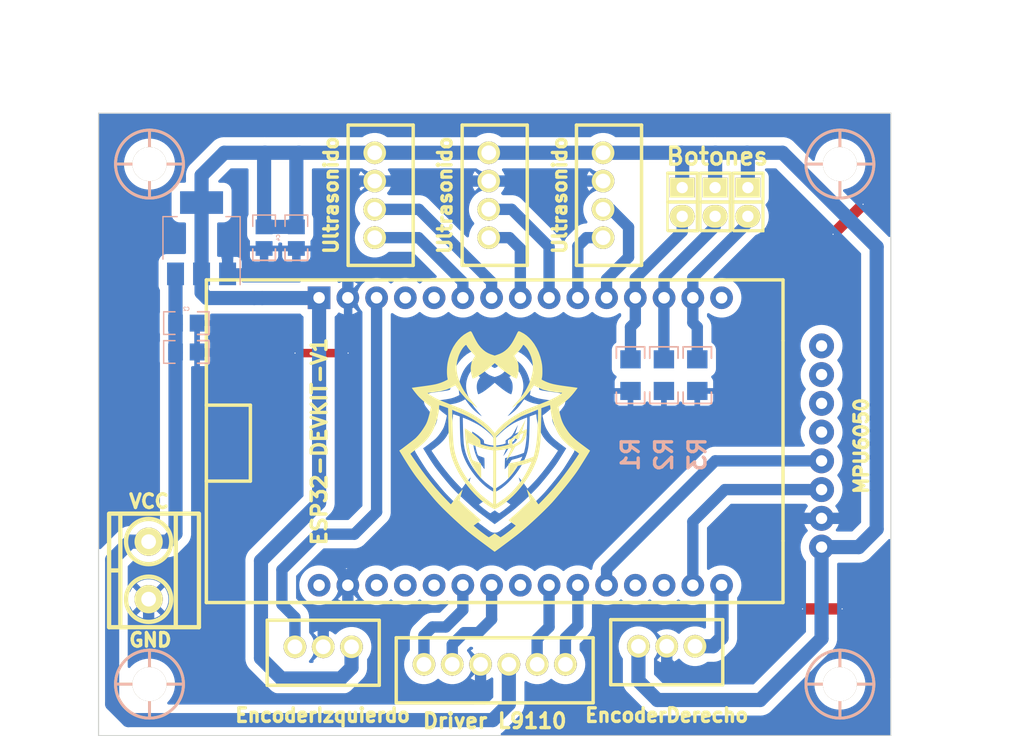
<source format=kicad_pcb>
(kicad_pcb (version 20221018) (generator pcbnew)
  (layers (0 "F.Cu" signal) (31 "B.Cu" signal) (34 "B.Paste" user) (35 "F.Paste" user) (36 "B.SilkS" user "B.Silkscreen") (37 "F.SilkS" user "F.Silkscreen") (38 "B.Mask" user) (39 "F.Mask" user) (44 "Edge.Cuts" user))
  (net 0 "")
  (net 1 "GND")
  (net 2 "+5V")
  (net 3 "/IN4")
  (net 4 "/IN3")
  (net 5 "/IN2")
  (net 6 "/IN1")
  (net 7 "/TRIGG_1")
  (net 8 "/ECCHO_1")
  (net 9 "/TRIGG_2")
  (net 10 "/ECCHO_2")
  (net 11 "/TRIGG_3")
  (net 12 "/ECCHO_3")
  (net 13 "/D0_DER")
  (net 14 "/D0_IZQ")
  (net 16 "/BOTON")
  (net 17 "/BOTON2")
  (net 19 "/SCL")
  (net 22 "/SDA")
  (net 29 "+7.5V")
  (net 34 "/BOTON3")
  (footprint "footprints:JstXH6P" (layer "F.Cu") (at 177 109.225 180)
    (fp_text reference "P7" hide)
    (fp_text value "Driver L9110")
  )
  (footprint "footprints:ESP32-DEVKIT-V1-30Pines" (layer "F.Cu") (at 177 89 90)
    (fp_text reference "U2" hide)
    (fp_text value "ESP32-DEVKIT-V1")
  )
  (footprint "EESTN5:Pin_Header_2" (layer "F.Cu") (at 193.88575 67.84695 -90)
    (fp_text reference "SW1" hide)
    (fp_text value "SW_Push" hide)
  )
  (footprint "EESTN5:BORNERA2_AZUL" (layer "F.Cu") (at 146.42375 100.4 -90)
    (fp_text reference "P6" hide)
    (fp_text value "Bateria" hide)
  )
  (footprint "EESTN5:Pin_Header_2" (layer "F.Cu") (at 199.6854 67.84695 -90)
    (fp_text reference "SW2" hide)
    (fp_text value "SW_Push" hide)
  )
  (footprint "EESTN5:Pin_Header_2" (layer "F.Cu") (at 196.7927 67.84695 -90)
    (fp_text reference "SW3" hide)
    (fp_text value "SW_Push" hide)
  )
  (footprint "EESTN5:hole_3mm" (layer "F.Cu") (at 146.5 110.45)
    (fp_text reference "H4" hide)
    (fp_text value "Mounting_Hole" hide)
  )
  (footprint "footprints:JstXH3P" (layer "F.Cu") (at 192.2 107.625 180)
    (fp_text reference "P4" hide)
    (fp_text value "EncoderDerecho")
  )
  (footprint "footprints:MPU-6050" (layer "F.Cu") (at 205.84 89.44 180)
    (fp_text reference "U3" hide)
    (fp_text value "MPU6050")
  )
  (footprint "footprints:JstXH4P" (layer "F.Cu") (at 187.1 67.25 -90)
    (fp_text reference "P3" hide)
    (fp_text value "Ultrasonido")
  )
  (footprint "footprints:JstXH4P" (layer "F.Cu") (at 166.925 67.25 -90)
    (fp_text reference "P1" hide)
    (fp_text value "Ultrasonido")
  )
  (footprint "EESTN5:hole_3mm" (layer "F.Cu") (at 207.5 64.5)
    (fp_text reference "H2" hide)
    (fp_text value "Mounting_Hole" hide)
  )
  (footprint "footprints:G2_Logo" (layer "F.Cu") (at 177 89)
    (fp_text reference "G***" hide)
    (fp_text value "LOGO" hide)
  )
  (footprint "footprints:G2_LogoSeligrafia20x20" (layer "F.Cu") (at 177 89)
    (fp_text reference "G***" hide)
    (fp_text value "LOGO" hide)
  )
  (footprint "footprints:JstXH4P" (layer "F.Cu") (at 177 67.25 -90)
    (fp_text reference "P2" hide)
    (fp_text value "Ultrasonido")
  )
  (footprint "footprints:JstXH3P" (layer "F.Cu") (at 161.85 107.675 180)
    (fp_text reference "P5" hide)
    (fp_text value "EncoderIzquierdo")
  )
  (footprint "EESTN5:hole_3mm" (layer "F.Cu") (at 146.5 64.5)
    (fp_text reference "H1" hide)
    (fp_text value "Mounting_Hole" hide)
  )
  (footprint "EESTN5:hole_3mm" (layer "F.Cu") (at 207.5 110.45)
    (fp_text reference "H3" hide)
    (fp_text value "Mounting_Hole" hide)
  )
  (footprint "EESTN5:C_0805" (layer "B.Cu") (at 159.475 71.0025 90)
    (fp_text reference "C3" hide)
    (fp_text value "1uF" hide)
  )
  (footprint "EESTN5:R_1206" (layer "B.Cu") (at 191.95 83.147 90)
    (fp_text reference "R2")
    (fp_text value "1OK" hide)
  )
  (footprint "EESTN5:C_0805" (layer "B.Cu") (at 149.7525 81.1 180)
    (fp_text reference "C1" hide)
    (fp_text value "1uF" hide)
  )
  (footprint "EESTN5:C_0805" (layer "B.Cu") (at 156.625 71.0025 90)
    (fp_text reference "C4")
    (fp_text value "100nF" hide)
  )
  (footprint "EESTN5:C_0805" (layer "B.Cu") (at 149.7525 78.55 180)
    (fp_text reference "C2")
    (fp_text value "100nF" hide)
  )
  (footprint "EESTN5:R_1206" (layer "B.Cu") (at 189 83.147 90)
    (fp_text reference "R1")
    (fp_text value "1OK" hide)
  )
  (footprint "footprints:SOT-223-3_TabPin2" (layer "B.Cu") (at 151.1 71.05 90)
    (fp_text reference "U4")
    (fp_text value "AMS1117-5.0")
  )
  (footprint "EESTN5:R_1206" (layer "B.Cu") (at 194.9 83.147 90)
    (fp_text reference "R3")
    (fp_text value "1OK" hide)
  )
  (gr_line (start 142 60) (end 212 60) (stroke (width 0.1)) (layer "Edge.Cuts"))
  (gr_line (start 212 60) (end 212 110) (stroke (width 0.1)) (layer "Edge.Cuts"))
  (gr_line (start 212 115) (end 142 115) (stroke (width 0.1)) (layer "Edge.Cuts"))
  (gr_line (start 142 115) (end 142 60) (stroke (width 0.1)) (layer "Edge.Cuts"))
  (gr_line (start 212 110) (end 212 115) (stroke (width 0.1)) (layer "Edge.Cuts"))
  (gr_text "VCC\n" (at 144.55 95) (layer "F.SilkS") (effects (font (size 1.2 1.2) (thickness 0.3) bold) (justify left bottom)))
  (gr_text "GND\n" (at 144.55 107.25) (layer "F.SilkS") (effects (font (size 1.2 1.2) (thickness 0.3) bold) (justify left bottom)))
  (gr_text "Botones\n" (at 192 64.7) (layer "F.SilkS") (effects (font (size 1.5 1.5) (thickness 0.3) bold) (justify left bottom)))
  (segment (start 209.55 68.05) (end 206.9 70.7) (width 1) (layer "F.Cu") (net 1))
  (segment (start 159.36 81.2) (end 164.05 81.2) (width 0.75) (layer "F.Cu") (net 1))
  (segment (start 204.2 103.8) (end 207.7 103.8) (width 1) (layer "F.Cu") (net 1))
  (via (at 207.7 103.8) (size 0.2) (drill 0.1) (layers "F.Cu" "B.Cu") (net 1))
  (via (at 206.9 70.7) (size 0.2) (drill 0.1) (layers "F.Cu" "B.Cu") (net 1))
  (via (at 159.36 81.2) (size 0.2) (drill 0.1) (layers "F.Cu" "B.Cu") (net 1))
  (via (at 164.05 81.2) (size 0.2) (drill 0.1) (layers "F.Cu" "B.Cu") (net 1))
  (via (at 204.2 103.8) (size 0.2) (drill 0.1) (layers "F.Cu" "B.Cu") (net 1))
  (via (at 209.55 68.05) (size 0.2) (drill 0.1) (layers "F.Cu" "B.Cu") (net 1))
  (segment (start 200.9 97.4) (end 202.5 95.8) (width 1) (layer "B.Cu") (net 1))
  (segment (start 164.025 69.4) (end 164.025 66.975) (width 1) (layer "B.Cu") (net 1))
  (segment (start 164.025 101.125) (end 163.4 100.5) (width 1) (layer "B.Cu") (net 1))
  (segment (start 164.025 103.425) (end 164.025 101.735) (width 1) (layer "B.Cu") (net 1))
  (segment (start 163.975 69.35) (end 164.025 69.4) (width 1) (layer "B.Cu") (net 1))
  (segment (start 164.025 76.335) (end 164.025 74.2) (width 1) (layer "B.Cu") (net 1))
  (segment (start 164.05 81.2) (end 164.05 76.335) (width 0.75) (layer "B.Cu") (net 1))
  (segment (start 151.9 111.75) (end 146.42375 106.27375) (width 1) (layer "B.Cu") (net 1))
  (segment (start 164.025 103.425) (end 164.125 103.425) (width 1) (layer "B.Cu") (net 1))
  (segment (start 168.1 111.75) (end 168.6 111.75) (width 1) (layer "B.Cu") (net 1))
  (segment (start 164.025 74.2) (end 164.025 70) (width 1) (layer "B.Cu") (net 1))
  (segment (start 200.9 107.7) (end 200.9 97.4) (width 1) (layer "B.Cu") (net 1))
  (segment (start 205.88 95.8) (end 208.2 95.8) (width 1) (layer "B.Cu") (net 1))
  (segment (start 165 66) (end 166.4 66) (width 1) (layer "B.Cu") (net 1))
  (segment (start 168.6 111.75) (end 175.15 111.75) (width 1) (layer "B.Cu") (net 1))
  (segment (start 146.42375 106.27375) (end 146.42375 102.94) (width 1) (layer "B.Cu") (net 1))
  (segment (start 164.025 66.975) (end 165 66) (width 1) (layer "B.Cu") (net 1))
  (segment (start 164.025 100.875) (end 164.5 100.4) (width 1) (layer "B.Cu") (net 1))
  (segment (start 164.125 103.425) (end 168.1 107.4) (width 1) (layer "B.Cu") (net 1))
  (segment (start 168.1 107.4) (end 168.1 111.75) (width 1) (layer "B.Cu") (net 1))
  (segment (start 192.2 107.1) (end 192.2 108.5) (width 1) (layer "B.Cu") (net 1))
  (segment (start 153.4 74.2) (end 153.4 72.75) (width 1) (layer "B.Cu") (net 1))
  (segment (start 159.475 74.175) (end 159.5 74.2) (width 0.75) (layer "B.Cu") (net 1))
  (segment (start 164.025 70) (end 164.025 69.4) (width 1) (layer "B.Cu") (net 1))
  (segment (start 159.31 81.15) (end 150.755 81.15) (width 0.75) (layer "B.Cu") (net 1))
  (segment (start 175.15 111.75) (end 175.75 111.15) (width 1) (layer "B.Cu") (net 1))
  (segment (start 208.2 95.8) (end 208.4 95.6) (width 1) (layer "B.Cu") (net 1))
  (segment (start 153.35 72.7) (end 153.4 72.75) (width 1) (layer "B.Cu") (net 1))
  (segment (start 193.4 109.7) (end 198.9 109.7) (width 1) (layer "B.Cu") (net 1))
  (segment (start 150.755 81.15) (end 150.705 81.1) (width 0.75) (layer "B.Cu") (net 1))
  (segment (start 156.65 74.2) (end 159.5 74.2) (width 1) (layer "B.Cu") (net 1))
  (segment (start 159.5 74.2) (end 164.025 74.2) (width 1) (layer "B.Cu") (net 1))
  (segment (start 176.475 66) (end 186.575 66) (width 1) (layer "B.Cu") (net 1))
  (segment (start 168.1 111.75) (end 151.9 111.75) (width 1) (layer "B.Cu") (net 1))
  (segment (start 166.4 66) (end 176.475 66) (width 1) (layer "B.Cu") (net 1))
  (segment (start 156.625 74.175) (end 156.65 74.2) (width 0.75) (layer "B.Cu") (net 1))
  (segment (start 161.85 105.6) (end 164.025 103.425) (width 1) (layer "B.Cu") (net 1))
  (segment (start 161.85 107.15) (end 161.85 105.6) (width 1) (layer "B.Cu") (net 1))
  (segment (start 164.025 101.71) (end 164.025 100.875) (width 1) (layer "B.Cu") (net 1))
  (segment (start 156.625 71.955) (end 156.625 74.175) (width 0.75) (layer "B.Cu") (net 1))
  (segment (start 164.025 101.446572) (end 164.025 101.735) (width 1) (layer "B.Cu") (net 1))
  (segment (start 198.9 109.7) (end 200.9 107.7) (width 1) (layer "B.Cu") (net 1))
  (segment (start 175.75 111.15) (end 175.75 108.7) (width 1) (layer "B.Cu") (net 1))
  (segment (start 159.475 71.955) (end 159.475 74.175) (width 0.75) (layer "B.Cu") (net 1))
  (segment (start 153.4 74.2) (end 156.65 74.2) (width 1) (layer "B.Cu") (net 1))
  (segment (start 202.5 95.8) (end 205.88 95.8) (width 1) (layer "B.Cu") (net 1))
  (segment (start 164.025 101.125) (end 164.025 101.71) (width 1) (layer "B.Cu") (net 1))
  (segment (start 192.2 108.5) (end 193.4 109.7) (width 1) (layer "B.Cu") (net 1))
  (segment (start 159.36 81.2) (end 159.31 81.15) (width 0.75) (layer "B.Cu") (net 1))
  (segment (start 164.05 76.335) (end 164.025 76.31) (width 0.75) (layer "B.Cu") (net 1))
  (segment (start 166.4 63.5) (end 176.475 63.5) (width 1.25) (layer "B.Cu") (net 2))
  (segment (start 158.15 109.95) (end 156.35 108.15) (width 1.25) (layer "B.Cu") (net 2))
  (segment (start 151.1 74.2) (end 151.1 75.85) (width 1.25) (layer "B.Cu") (net 2))
  (segment (start 164.35 107.15) (end 164.35 109) (width 1.25) (layer "B.Cu") (net 2))
  (segment (start 196.4752 66.57695) (end 196.4752 63.5248) (width 1.25) (layer "B.Cu") (net 2))
  (segment (start 155.75 76.335) (end 151.585 76.335) (width 1.25) (layer "B.Cu") (net 2))
  (segment (start 156.625 63.575) (end 156.7 63.5) (width 1.25) (layer "B.Cu") (net 2))
  (segment (start 196.5 63.5) (end 199.3 63.5) (width 1.25) (layer "B.Cu") (net 2))
  (segment (start 159.7 63.5) (end 166.4 63.5) (width 1.25) (layer "B.Cu") (net 2))
  (segment (start 156.45 76.335) (end 161.485 76.335) (width 1.25) (layer "B.Cu") (net 2))
  (segment (start 210.75 96.75) (end 209.16 98.34) (width 1.25) (layer "B.Cu") (net 2))
  (segment (start 156.35 99.55) (end 161.485 94.415) (width 1.25) (layer "B.Cu") (net 2))
  (segment (start 191.375126 111.85) (end 200.45 111.85) (width 1.25) (layer "B.Cu") (net 2))
  (segment (start 151.1 65.5) (end 153.1 63.5) (width 1.25) (layer "B.Cu") (net 2))
  (segment (start 156.7 63.5) (end 159.7 63.5) (width 1.25) (layer "B.Cu") (net 2))
  (segment (start 202.434136 63.5) (end 210.75 71.815864) (width 1.25) (layer "B.Cu") (net 2))
  (segment (start 159.475 63.725) (end 159.7 63.5) (width 1.25) (layer "B.Cu") (net 2))
  (segment (start 164.35 109) (end 163.4 109.95) (width 1.25) (layer "B.Cu") (net 2))
  (segment (start 193.56825 63.56825) (end 193.5 63.5) (width 1.25) (layer "B.Cu") (net 2))
  (segment (start 189.7 107.1) (end 189.7 110.174874) (width 1.25) (layer "B.Cu") (net 2))
  (segment (start 156.35 108.15) (end 156.35 99.55) (width 1.25) (layer "B.Cu") (net 2))
  (segment (start 209.16 98.34) (end 205.88 98.34) (width 1.25) (layer "B.Cu") (net 2))
  (segment (start 186.575 63.5) (end 193.5 63.5) (width 1.25) (layer "B.Cu") (net 2))
  (segment (start 199.3679 66.57695) (end 199.3679 63.5679) (width 1.25) (layer "B.Cu") (net 2))
  (segment (start 210.75 71.815864) (end 210.75 96.75) (width 1.25) (layer "B.Cu") (net 2))
  (segment (start 161.485 94.415) (end 161.485 76.335) (width 1.25) (layer "B.Cu") (net 2))
  (segment (start 163.4 109.95) (end 158.15 109.95) (width 1.25) (layer "B.Cu") (net 2))
  (segment (start 176.475 63.5) (end 186.575 63.5) (width 1.25) (layer "B.Cu") (net 2))
  (segment (start 200.45 111.85) (end 205.88 106.42) (width 1.25) (layer "B.Cu") (net 2))
  (segment (start 199.3 63.5) (end 202.434136 63.5) (width 1.25) (layer "B.Cu") (net 2))
  (segment (start 193.56825 66.57695) (end 193.56825 63.56825) (width 1.25) (layer "B.Cu") (net 2))
  (segment (start 151.1 67.9) (end 151.1 74.2) (width 1.25) (layer "B.Cu") (net 2))
  (segment (start 156.625 70.05) (end 156.625 63.575) (width 1.25) (layer "B.Cu") (net 2))
  (segment (start 196.4752 63.5248) (end 196.5 63.5) (width 1.25) (layer "B.Cu") (net 2))
  (segment (start 199.3679 63.5679) (end 199.3 63.5) (width 1.25) (layer "B.Cu") (net 2))
  (segment (start 151.1 75.85) (end 151.585 76.335) (width 1.25) (layer "B.Cu") (net 2))
  (segment (start 153.1 63.5) (end 156.7 63.5) (width 1.25) (layer "B.Cu") (net 2))
  (segment (start 151.1 67.9) (end 151.1 65.5) (width 1.25) (layer "B.Cu") (net 2))
  (segment (start 205.88 106.42) (end 205.88 98.34) (width 1.25) (layer "B.Cu") (net 2))
  (segment (start 193.5 63.5) (end 196.5 63.5) (width 1.25) (layer "B.Cu") (net 2))
  (segment (start 189.7 110.174874) (end 191.375126 111.85) (width 1.25) (layer "B.Cu") (net 2))
  (segment (start 159.475 70.05) (end 156.625 70.05) (width 1.25) (layer "B.Cu") (net 2))
  (segment (start 159.475 70.05) (end 159.475 63.725) (width 1.25) (layer "B.Cu") (net 2))
  (segment (start 156.45 76.335) (end 155.75 76.335) (width 1.25) (layer "B.Cu") (net 2))
  (segment (start 174.185 103.89368) (end 174.185 102.2) (width 1) (layer "B.Cu") (net 3))
  (segment (start 170.75 106.15) (end 171.5 105.4) (width 1) (layer "B.Cu") (net 3))
  (segment (start 172.67868 105.4) (end 174.185 103.89368) (width 1) (layer "B.Cu") (net 3))
  (segment (start 171.5 105.4) (end 172.67868 105.4) (width 1) (layer "B.Cu") (net 3))
  (segment (start 170.75 108.7) (end 170.75 106.15) (width 1) (layer "B.Cu") (net 3))
  (segment (start 176.725 104.725) (end 176.725 102.2) (width 1) (layer "B.Cu") (net 4))
  (segment (start 173.25 108.7) (end 173.25 106.95) (width 1) (layer "B.Cu") (net 4))
  (segment (start 175.55 105.9) (end 176.725 104.725) (width 1) (layer "B.Cu") (net 4))
  (segment (start 174.3 105.9) (end 175.55 105.9) (width 1) (layer "B.Cu") (net 4))
  (segment (start 173.25 106.95) (end 174.3 105.9) (width 1) (layer "B.Cu") (net 4))
  (segment (start 181.805 105.395) (end 181.805 102.2) (width 1) (layer "B.Cu") (net 5))
  (segment (start 180.75 106.45) (end 181.805 105.395) (width 1) (layer "B.Cu") (net 5))
  (segment (start 180.75 108.7) (end 180.75 106.45) (width 1) (layer "B.Cu") (net 5))
  (segment (start 184.345 105.255) (end 184.345 102.2) (width 1) (layer "B.Cu") (net 6))
  (segment (start 183.25 106.35) (end 184.345 105.255) (width 1) (layer "B.Cu") (net 6))
  (segment (start 183.25 108.7) (end 183.25 106.35) (width 1) (layer "B.Cu") (net 6))
  (segment (start 170.264213 71) (end 174.185 74.920787) (width 1) (layer "B.Cu") (net 7))
  (segment (start 174.185 74.920787) (end 174.185 76.335) (width 1) (layer "B.Cu") (net 7))
  (segment (start 166.4 71) (end 170.264213 71) (width 1) (layer "B.Cu") (net 7))
  (segment (start 170.304213 68.5) (end 176.725 74.920787) (width 1) (layer "B.Cu") (net 8))
  (segment (start 166.4 68.5) (end 170.304213 68.5) (width 1) (layer "B.Cu") (net 8))
  (segment (start 176.725 74.920787) (end 176.725 76.335) (width 1) (layer "B.Cu") (net 8))
  (segment (start 179.265 71.965) (end 178.3 71) (width 1) (layer "B.Cu") (net 9))
  (segment (start 178.3 71) (end 176.475 71) (width 1) (layer "B.Cu") (net 9))
  (segment (start 179.265 76.335) (end 179.265 71.965) (width 1) (layer "B.Cu") (net 9))
  (segment (start 181.805 71.805) (end 181.805 76.335) (width 1) (layer "B.Cu") (net 10))
  (segment (start 178.5 68.5) (end 181.805 71.805) (width 1) (layer "B.Cu") (net 10))
  (segment (start 176.475 68.5) (end 178.5 68.5) (width 1) (layer "B.Cu") (net 10))
  (segment (start 184.345 71.755) (end 185.1 71) (width 1) (layer "B.Cu") (net 11))
  (segment (start 185.1 71) (end 186.575 71) (width 1) (layer "B.Cu") (net 11))
  (segment (start 184.345 76.335) (end 184.345 71.755) (width 1) (layer "B.Cu") (net 11))
  (segment (start 186.575 68.5) (end 187.256981 68.5) (width 1) (layer "B.Cu") (net 12))
  (segment (start 187.256981 68.5) (end 188.825 70.068019) (width 1) (layer "B.Cu") (net 12))
  (segment (start 188.825 72.725252) (end 186.885 74.665252) (width 1) (layer "B.Cu") (net 12))
  (segment (start 186.885 74.665252) (end 186.885 76.335) (width 1) (layer "B.Cu") (net 12))
  (segment (start 188.825 70.068019) (end 188.825 72.725252) (width 1) (layer "B.Cu") (net 12))
  (segment (start 197.045 106.355) (end 197.045 101.735) (width 1.25) (layer "B.Cu") (net 13))
  (segment (start 196.3 107.1) (end 197.045 106.355) (width 1.25) (layer "B.Cu") (net 13))
  (segment (start 194.7 107.1) (end 196.3 107.1) (width 1.25) (layer "B.Cu") (net 13))
  (segment (start 158.2 103.4) (end 159.35 104.55) (width 1) (layer "B.Cu") (net 14))
  (segment (start 158.2 100.35165) (end 158.2 103.4) (width 1) (layer "B.Cu") (net 14))
  (segment (start 166.565 95.235) (end 164.6 97.2) (width 1) (layer "B.Cu") (net 14))
  (segment (start 161.35165 97.2) (end 158.2 100.35165) (width 1) (layer "B.Cu") (net 14))
  (segment (start 159.35 104.55) (end 159.35 107.15) (width 1) (layer "B.Cu") (net 14))
  (segment (start 166.565 76.31) (end 166.565 95.235) (width 1) (layer "B.Cu") (net 14))
  (segment (start 164.6 97.2) (end 161.35165 97.2) (width 1) (layer "B.Cu") (net 14))
  (segment (start 194.505 74.544748) (end 199.3679 69.681848) (width 1) (layer "B.Cu") (net 16))
  (segment (start 199.3679 69.681848) (end 199.3679 69.11695) (width 1) (layer "B.Cu") (net 16))
  (segment (start 194.9 78.9) (end 194.9 81.75) (width 1) (layer "B.Cu") (net 16))
  (segment (start 194.505 76.335) (end 194.505 74.544748) (width 1) (layer "B.Cu") (net 16))
  (segment (start 194.505 78.505) (end 194.9 78.9) (width 1) (layer "B.Cu") (net 16))
  (segment (start 194.505 76.31) (end 194.505 78.505) (width 1) (layer "B.Cu") (net 16))
  (segment (start 191.95 76.325) (end 191.965 76.31) (width 1) (layer "B.Cu") (net 17))
  (segment (start 196.4752 70.0248) (end 196.4752 69.11695) (width 1) (layer "B.Cu") (net 17))
  (segment (start 191.965 76.335) (end 191.965 74.535) (width 1) (layer "B.Cu") (net 17))
  (segment (start 191.95 81.75) (end 191.95 76.325) (width 1) (layer "B.Cu") (net 17))
  (segment (start 191.965 74.535) (end 196.4752 70.0248) (width 1) (layer "B.Cu") (net 17))
  (segment (start 194.505 101.735) (end 194.505 96.095) (width 1) (layer "B.Cu") (net 19))
  (segment (start 194.505 96.095) (end 197.34 93.26) (width 1) (layer "B.Cu") (net 19))
  (segment (start 197.34 93.26) (end 205.88 93.26) (width 1) (layer "B.Cu") (net 19))
  (segment (start 186.885 100.320787) (end 186.885 101.735) (width 1) (layer "B.Cu") (net 22))
  (segment (start 196.485787 90.72) (end 186.885 100.320787) (width 1) (layer "B.Cu") (net 22))
  (segment (start 205.88 90.72) (end 196.485787 90.72) (width 1) (layer "B.Cu") (net 22))
  (segment (start 176.825 113.625) (end 144.625 113.625) (width 1.25) (layer "B.Cu") (net 29))
  (segment (start 178.25 108.7) (end 178.25 112.2) (width 1.25) (layer "B.Cu") (net 29))
  (segment (start 148.8 81.15) (end 148.8 78.65) (width 1.25) (layer "B.Cu") (net 29))
  (segment (start 148.8 78.65) (end 148.8 74.2) (width 1.25) (layer "B.Cu") (net 29))
  (segment (start 148.09 97.86) (end 148.8 97.15) (width 1.25) (layer "B.Cu") (net 29))
  (segment (start 178.25 112.2) (end 176.825 113.625) (width 1.25) (layer "B.Cu") (net 29))
  (segment (start 143.2 99.45) (end 144.79 97.86) (width 1.25) (layer "B.Cu") (net 29))
  (segment (start 144.79 97.86) (end 146.42375 97.86) (width 1.25) (layer "B.Cu") (net 29))
  (segment (start 148.8 97.15) (end 148.8 81.15) (width 1.25) (layer "B.Cu") (net 29))
  (segment (start 146.42375 97.86) (end 148.09 97.86) (width 1.25) (layer "B.Cu") (net 29))
  (segment (start 144.625 113.625) (end 143.2 112.2) (width 1.25) (layer "B.Cu") (net 29))
  (segment (start 143.2 112.2) (end 143.2 99.45) (width 1.25) (layer "B.Cu") (net 29))
  (segment (start 189.425 78.475) (end 189 78.9) (width 1) (layer "B.Cu") (net 34))
  (segment (start 193.56825 70.456876) (end 189.425 74.600126) (width 1) (layer "B.Cu") (net 34))
  (segment (start 189.425 76.335) (end 189.425 74.600126) (width 1) (layer "B.Cu") (net 34))
  (segment (start 193.56825 69.11695) (end 193.56825 70.456876) (width 1) (layer "B.Cu") (net 34))
  (segment (start 189.425 76.31) (end 189.425 78.475) (width 1) (layer "B.Cu") (net 34))
  (segment (start 189 78.9) (end 189 81.75) (width 1) (layer "B.Cu") (net 34))
  (zone (net 1) (net_name "GND") (layer "B.Cu") (connect_pads (clearance 0.75)) (min_thickness 0.25) (fill yes (thermal_gap 0.5) (thermal_bridge_width 0.5))
    (polygon (pts (xy 142 60) (xy 212 60) (xy 212 115) (xy 142 115)))
  )
)
</source>
